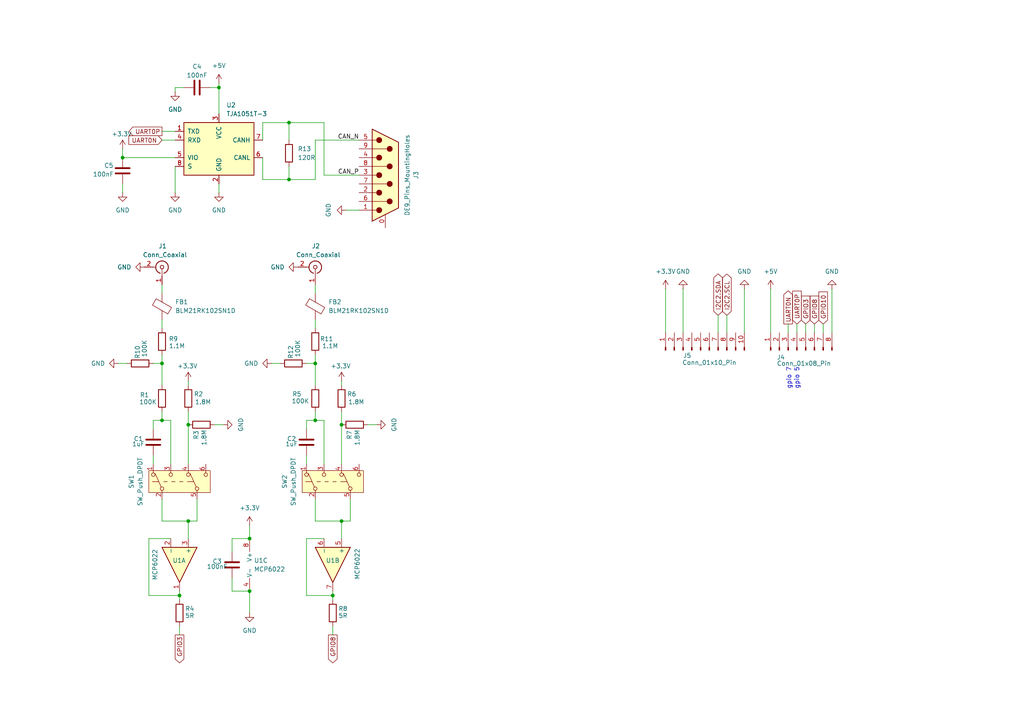
<source format=kicad_sch>
(kicad_sch (version 20250114) (generator "eeschema") (generator_version "9.0")
  (paper "A4")
  (lib_symbols
    (symbol "Amplifier_Operational:MCP6022" (pin_names (offset 0.127))
      (property "Reference" "U" (at 0 5.08 0))
      (property "Value" "MCP6022" (at 0 -5.08 0))
      (symbol "MCP6022_1_1"
        (polyline (pts (xy -5.08 5.08) (xy 5.08 0) (xy -5.08 -5.08) (xy -5.08 5.08)) (stroke (width 0.254)) (fill (type background)))
        (pin input line (at -7.62 2.54 0) (length 2.54) (name "+") (number "3"))
        (pin input line (at -7.62 -2.54 0) (length 2.54) (name "-") (number "2"))
        (pin output line (at 7.62 0 180) (length 2.54) (name "~") (number "1"))
      )
      (symbol "MCP6022_2_1"
        (polyline (pts (xy -5.08 5.08) (xy 5.08 0) (xy -5.08 -5.08) (xy -5.08 5.08)) (stroke (width 0.254)) (fill (type background)))
        (pin input line (at -7.62 2.54 0) (length 2.54) (name "+") (number "5"))
        (pin input line (at -7.62 -2.54 0) (length 2.54) (name "-") (number "6"))
        (pin output line (at 7.62 0 180) (length 2.54) (name "~") (number "7"))
      )
      (symbol "MCP6022_3_1"
        (pin power_in line (at -2.54 7.62 270) (length 3.81) (name "V+") (number "8"))
        (pin power_in line (at -2.54 -7.62 90) (length 3.81) (name "V-") (number "4"))
      )
    )
    (symbol "Connector:Conn_01x08_Pin" (pin_names (offset 1.016) (hide yes))
      (property "Reference" "J" (at 0 10.16 0))
      (property "Value" "Conn_01x08_Pin" (at 0 -12.7 0))
      (symbol "Conn_01x08_Pin_1_1"
        (rectangle (start 0.8636 7.747) (end 0 7.493) (stroke (width 0.1524)) (fill (type outline)))
        (rectangle (start 0.8636 5.207) (end 0 4.953) (stroke (width 0.1524)) (fill (type outline)))
        (rectangle (start 0.8636 2.667) (end 0 2.413) (stroke (width 0.1524)) (fill (type outline)))
        (rectangle (start 0.8636 0.127) (end 0 -0.127) (stroke (width 0.1524)) (fill (type outline)))
        (rectangle (start 0.8636 -2.413) (end 0 -2.667) (stroke (width 0.1524)) (fill (type outline)))
        (rectangle (start 0.8636 -4.953) (end 0 -5.207) (stroke (width 0.1524)) (fill (type outline)))
        (rectangle (start 0.8636 -7.493) (end 0 -7.747) (stroke (width 0.1524)) (fill (type outline)))
        (rectangle (start 0.8636 -10.033) (end 0 -10.287) (stroke (width 0.1524)) (fill (type outline)))
        (polyline (pts (xy 1.27 7.62) (xy 0.8636 7.62)) (stroke (width 0.1524)))
        (polyline (pts (xy 1.27 5.08) (xy 0.8636 5.08)) (stroke (width 0.1524)))
        (polyline (pts (xy 1.27 2.54) (xy 0.8636 2.54)) (stroke (width 0.1524)))
        (polyline (pts (xy 1.27 0) (xy 0.8636 0)) (stroke (width 0.1524)))
        (polyline (pts (xy 1.27 -2.54) (xy 0.8636 -2.54)) (stroke (width 0.1524)))
        (polyline (pts (xy 1.27 -5.08) (xy 0.8636 -5.08)) (stroke (width 0.1524)))
        (polyline (pts (xy 1.27 -7.62) (xy 0.8636 -7.62)) (stroke (width 0.1524)))
        (polyline (pts (xy 1.27 -10.16) (xy 0.8636 -10.16)) (stroke (width 0.1524)))
        (pin passive line (at 5.08 7.62 180) (length 3.81) (name "Pin_1") (number "1"))
        (pin passive line (at 5.08 5.08 180) (length 3.81) (name "Pin_2") (number "2"))
        (pin passive line (at 5.08 2.54 180) (length 3.81) (name "Pin_3") (number "3"))
        (pin passive line (at 5.08 0 180) (length 3.81) (name "Pin_4") (number "4"))
        (pin passive line (at 5.08 -2.54 180) (length 3.81) (name "Pin_5") (number "5"))
        (pin passive line (at 5.08 -5.08 180) (length 3.81) (name "Pin_6") (number "6"))
        (pin passive line (at 5.08 -7.62 180) (length 3.81) (name "Pin_7") (number "7"))
        (pin passive line (at 5.08 -10.16 180) (length 3.81) (name "Pin_8") (number "8"))
      )
    )
    (symbol "Connector:Conn_01x10_Pin" (pin_names (offset 1.016) (hide yes))
      (property "Reference" "J" (at 0 12.7 0))
      (property "Value" "Conn_01x10_Pin" (at 0 -15.24 0))
      (symbol "Conn_01x10_Pin_1_1"
        (rectangle (start 0.8636 10.287) (end 0 10.033) (stroke (width 0.1524)) (fill (type outline)))
        (rectangle (start 0.8636 7.747) (end 0 7.493) (stroke (width 0.1524)) (fill (type outline)))
        (rectangle (start 0.8636 5.207) (end 0 4.953) (stroke (width 0.1524)) (fill (type outline)))
        (rectangle (start 0.8636 2.667) (end 0 2.413) (stroke (width 0.1524)) (fill (type outline)))
        (rectangle (start 0.8636 0.127) (end 0 -0.127) (stroke (width 0.1524)) (fill (type outline)))
        (rectangle (start 0.8636 -2.413) (end 0 -2.667) (stroke (width 0.1524)) (fill (type outline)))
        (rectangle (start 0.8636 -4.953) (end 0 -5.207) (stroke (width 0.1524)) (fill (type outline)))
        (rectangle (start 0.8636 -7.493) (end 0 -7.747) (stroke (width 0.1524)) (fill (type outline)))
        (rectangle (start 0.8636 -10.033) (end 0 -10.287) (stroke (width 0.1524)) (fill (type outline)))
        (rectangle (start 0.8636 -12.573) (end 0 -12.827) (stroke (width 0.1524)) (fill (type outline)))
        (polyline (pts (xy 1.27 10.16) (xy 0.8636 10.16)) (stroke (width 0.1524)))
        (polyline (pts (xy 1.27 7.62) (xy 0.8636 7.62)) (stroke (width 0.1524)))
        (polyline (pts (xy 1.27 5.08) (xy 0.8636 5.08)) (stroke (width 0.1524)))
        (polyline (pts (xy 1.27 2.54) (xy 0.8636 2.54)) (stroke (width 0.1524)))
        (polyline (pts (xy 1.27 0) (xy 0.8636 0)) (stroke (width 0.1524)))
        (polyline (pts (xy 1.27 -2.54) (xy 0.8636 -2.54)) (stroke (width 0.1524)))
        (polyline (pts (xy 1.27 -5.08) (xy 0.8636 -5.08)) (stroke (width 0.1524)))
        (polyline (pts (xy 1.27 -7.62) (xy 0.8636 -7.62)) (stroke (width 0.1524)))
        (polyline (pts (xy 1.27 -10.16) (xy 0.8636 -10.16)) (stroke (width 0.1524)))
        (polyline (pts (xy 1.27 -12.7) (xy 0.8636 -12.7)) (stroke (width 0.1524)))
        (pin passive line (at 5.08 10.16 180) (length 3.81) (name "Pin_1") (number "1"))
        (pin passive line (at 5.08 7.62 180) (length 3.81) (name "Pin_2") (number "2"))
        (pin passive line (at 5.08 5.08 180) (length 3.81) (name "Pin_3") (number "3"))
        (pin passive line (at 5.08 2.54 180) (length 3.81) (name "Pin_4") (number "4"))
        (pin passive line (at 5.08 0 180) (length 3.81) (name "Pin_5") (number "5"))
        (pin passive line (at 5.08 -2.54 180) (length 3.81) (name "Pin_6") (number "6"))
        (pin passive line (at 5.08 -5.08 180) (length 3.81) (name "Pin_7") (number "7"))
        (pin passive line (at 5.08 -7.62 180) (length 3.81) (name "Pin_8") (number "8"))
        (pin passive line (at 5.08 -10.16 180) (length 3.81) (name "Pin_9") (number "9"))
        (pin passive line (at 5.08 -12.7 180) (length 3.81) (name "Pin_10") (number "10"))
      )
    )
    (symbol "Connector:Conn_Coaxial" (pin_names (offset 1.016) (hide yes))
      (property "Reference" "J" (at 0.254 3.048 0))
      (property "Value" "Conn_Coaxial" (at 2.921 0 90))
      (symbol "Conn_Coaxial_0_1"
        (polyline (pts (xy -2.54 0) (xy -0.508 0)))
        (arc (start 1.778 0) (mid 0.222 -1.8079) (end -1.778 -0.508) (stroke (width 0.254)))
        (arc (start -1.778 0.508) (mid 0.2221 1.8084) (end 1.778 0) (stroke (width 0.254)))
        (circle (center 0 0) (radius 0.508) (stroke (width 0.2032)))
        (polyline (pts (xy 0 -2.54) (xy 0 -1.778)))
      )
      (symbol "Conn_Coaxial_1_1"
        (pin passive line (at -5.08 0 0) (length 2.54) (name "In") (number "1"))
        (pin passive line (at 0 -5.08 90) (length 2.54) (name "Ext") (number "2"))
      )
    )
    (symbol "Connector:DE9_Pins_MountingHoles" (pin_names (offset 1.016) (hide yes))
      (property "Reference" "J" (at 0 16.51 0))
      (property "Value" "DE9_Pins_MountingHoles" (at 0 14.605 0))
      (symbol "DE9_Pins_MountingHoles_0_1"
        (polyline (pts (xy -3.81 10.16) (xy -2.54 10.16)))
        (polyline (pts (xy -3.81 7.62) (xy 0.508 7.62)))
        (polyline (pts (xy -3.81 5.08) (xy -2.54 5.08)))
        (polyline (pts (xy -3.81 2.54) (xy 0.508 2.54)))
        (polyline (pts (xy -3.81 0) (xy -2.54 0)))
        (polyline (pts (xy -3.81 -2.54) (xy 0.508 -2.54)))
        (polyline (pts (xy -3.81 -5.08) (xy -2.54 -5.08)))
        (polyline (pts (xy -3.81 -7.62) (xy 0.508 -7.62)))
        (polyline (pts (xy -3.81 -10.16) (xy -2.54 -10.16)))
        (polyline (pts (xy -3.81 -13.335) (xy -3.81 13.335) (xy 3.81 9.525) (xy 3.81 -9.525) (xy -3.81 -13.335)) (stroke (width 0.254)) (fill (type background)))
        (circle (center -1.778 10.16) (radius 0.762) (fill (type outline)))
        (circle (center -1.778 5.08) (radius 0.762) (fill (type outline)))
        (circle (center -1.778 0) (radius 0.762) (fill (type outline)))
        (circle (center -1.778 -5.08) (radius 0.762) (fill (type outline)))
        (circle (center -1.778 -10.16) (radius 0.762) (fill (type outline)))
        (circle (center 1.27 7.62) (radius 0.762) (fill (type outline)))
        (circle (center 1.27 2.54) (radius 0.762) (fill (type outline)))
        (circle (center 1.27 -2.54) (radius 0.762) (fill (type outline)))
        (circle (center 1.27 -7.62) (radius 0.762) (fill (type outline)))
      )
      (symbol "DE9_Pins_MountingHoles_1_1"
        (pin passive line (at -7.62 10.16 0) (length 3.81) (name "5") (number "5"))
        (pin passive line (at -7.62 7.62 0) (length 3.81) (name "9") (number "9"))
        (pin passive line (at -7.62 5.08 0) (length 3.81) (name "4") (number "4"))
        (pin passive line (at -7.62 2.54 0) (length 3.81) (name "8") (number "8"))
        (pin passive line (at -7.62 0 0) (length 3.81) (name "3") (number "3"))
        (pin passive line (at -7.62 -2.54 0) (length 3.81) (name "7") (number "7"))
        (pin passive line (at -7.62 -5.08 0) (length 3.81) (name "2") (number "2"))
        (pin passive line (at -7.62 -7.62 0) (length 3.81) (name "6") (number "6"))
        (pin passive line (at -7.62 -10.16 0) (length 3.81) (name "1") (number "1"))
        (pin passive line (at 0 -15.24 90) (length 3.81) (name "PAD") (number "0"))
      )
    )
    (symbol "Device:C" (pin_numbers (hide yes)) (pin_names (offset 0.254))
      (property "Reference" "C" (at 0.635 2.54 0))
      (property "Value" "C" (at 0.635 -2.54 0))
      (symbol "C_0_1"
        (polyline (pts (xy -2.032 0.762) (xy 2.032 0.762)) (stroke (width 0.508)))
        (polyline (pts (xy -2.032 -0.762) (xy 2.032 -0.762)) (stroke (width 0.508)))
      )
      (symbol "C_1_1"
        (pin passive line (at 0 3.81 270) (length 2.794) (name "~") (number "1"))
        (pin passive line (at 0 -3.81 90) (length 2.794) (name "~") (number "2"))
      )
    )
    (symbol "Device:FerriteBead" (pin_numbers (hide yes)) (pin_names (offset 0))
      (property "Reference" "FB" (at -3.81 0.635 90))
      (property "Value" "FerriteBead" (at 3.81 0 90))
      (symbol "FerriteBead_0_1"
        (polyline (pts (xy -2.7686 0.4064) (xy -1.7018 2.2606) (xy 2.7686 -0.3048) (xy 1.6764 -2.159) (xy -2.7686 0.4064)))
        (polyline (pts (xy 0 1.27) (xy 0 1.2954)))
        (polyline (pts (xy 0 -1.27) (xy 0 -1.2192)))
      )
      (symbol "FerriteBead_1_1"
        (pin passive line (at 0 3.81 270) (length 2.54) (name "~") (number "1"))
        (pin passive line (at 0 -3.81 90) (length 2.54) (name "~") (number "2"))
      )
    )
    (symbol "Device:R" (pin_numbers (hide yes)) (pin_names (offset 0))
      (property "Reference" "R" (at 2.032 0 90))
      (property "Value" "R" (at 0 0 90))
      (symbol "R_0_1"
        (rectangle (start -1.016 -2.54) (end 1.016 2.54) (stroke (width 0.254)))
      )
      (symbol "R_1_1"
        (pin passive line (at 0 3.81 270) (length 1.27) (name "~") (number "1"))
        (pin passive line (at 0 -3.81 90) (length 1.27) (name "~") (number "2"))
      )
    )
    (symbol "Interface_CAN_LIN:TJA1051T-3" (pin_names (offset 1.016))
      (property "Reference" "U" (at -10.16 8.89 0))
      (property "Value" "TJA1051T-3" (at 1.27 8.89 0))
      (symbol "TJA1051T-3_0_1"
        (rectangle (start -10.16 7.62) (end 10.16 -7.62) (stroke (width 0.254)) (fill (type background)))
      )
      (symbol "TJA1051T-3_1_1"
        (pin input line (at -12.7 5.08 0) (length 2.54) (name "TXD") (number "1"))
        (pin output line (at -12.7 2.54 0) (length 2.54) (name "RXD") (number "4"))
        (pin power_in line (at -12.7 -2.54 0) (length 2.54) (name "VIO") (number "5"))
        (pin input line (at -12.7 -5.08 0) (length 2.54) (name "S") (number "8"))
        (pin power_in line (at 0 10.16 270) (length 2.54) (name "VCC") (number "3"))
        (pin power_in line (at 0 -10.16 90) (length 2.54) (name "GND") (number "2"))
        (pin bidirectional line (at 12.7 2.54 180) (length 2.54) (name "CANH") (number "7"))
        (pin bidirectional line (at 12.7 -2.54 180) (length 2.54) (name "CANL") (number "6"))
      )
    )
    (symbol "Switch:SW_Push_DPDT" (pin_names (offset 0) (hide yes))
      (property "Reference" "SW" (at 0 10.16 0))
      (property "Value" "SW_Push_DPDT" (at 0 -10.16 0))
      (symbol "SW_Push_DPDT_0_0"
        (circle (center -2.032 5.08) (radius 0.508))
        (circle (center -2.032 -5.08) (radius 0.508))
        (circle (center 2.032 2.54) (radius 0.508))
        (circle (center 2.032 -7.62) (radius 0.508))
      )
      (symbol "SW_Push_DPDT_0_1"
        (polyline (pts (xy -1.524 5.334) (xy 2.3368 7.0612)))
        (polyline (pts (xy -1.524 -4.826) (xy 2.3368 -3.0988)))
        (polyline (pts (xy 0 7.874) (xy 0 6.096)))
        (polyline (pts (xy 0 3.556) (xy 0 4.572)))
        (polyline (pts (xy 0 1.27) (xy 0 2.286)))
        (polyline (pts (xy 0 -1.016) (xy 0 0)))
        (polyline (pts (xy 0 -2.286) (xy 0 -4.064)))
        (circle (center 2.032 7.62) (radius 0.508))
        (circle (center 2.032 -2.54) (radius 0.508))
      )
      (symbol "SW_Push_DPDT_1_1"
        (rectangle (start -3.175 8.89) (end 3.175 -8.89) (fill (type background)))
        (pin passive line (at -5.08 5.08 0) (length 2.54) (name "B") (number "2"))
        (pin passive line (at -5.08 -5.08 0) (length 2.54) (name "B") (number "5"))
        (pin passive line (at 5.08 7.62 180) (length 2.54) (name "A") (number "1"))
        (pin passive line (at 5.08 2.54 180) (length 2.54) (name "C") (number "3"))
        (pin passive line (at 5.08 -2.54 180) (length 2.54) (name "A") (number "4"))
        (pin passive line (at 5.08 -7.62 180) (length 2.54) (name "C") (number "6"))
      )
    )
    (symbol "power:+3.3V" (power) (pin_numbers (hide yes)) (pin_names (offset 0) (hide yes))
      (property "Value" "+3.3V" (at 0 3.556 0))
      (symbol "+3.3V_0_1"
        (polyline (pts (xy -0.762 1.27) (xy 0 2.54)))
        (polyline (pts (xy 0 2.54) (xy 0.762 1.27)))
        (polyline (pts (xy 0 0) (xy 0 2.54)))
      )
      (symbol "+3.3V_1_1"
        (pin power_in line (at 0 0 90) (length 0) (name "~") (number "1"))
      )
    )
    (symbol "power:+5V" (power) (pin_numbers (hide yes)) (pin_names (offset 0) (hide yes))
      (property "Value" "+5V" (at 0 3.556 0))
      (symbol "+5V_0_1"
        (polyline (pts (xy -0.762 1.27) (xy 0 2.54)))
        (polyline (pts (xy 0 2.54) (xy 0.762 1.27)))
        (polyline (pts (xy 0 0) (xy 0 2.54)))
      )
      (symbol "+5V_1_1"
        (pin power_in line (at 0 0 90) (length 0) (name "~") (number "1"))
      )
    )
    (symbol "power:GND" (power) (pin_numbers (hide yes)) (pin_names (offset 0) (hide yes))
      (property "Value" "GND" (at 0 -3.81 0))
      (symbol "GND_0_1"
        (polyline (pts (xy 0 0) (xy 0 -1.27) (xy 1.27 -1.27) (xy 0 -2.54) (xy -1.27 -1.27) (xy 0 -1.27)))
      )
      (symbol "GND_1_1"
        (pin power_in line (at 0 0 270) (length 0) (name "~") (number "1"))
      )
    )
  )
  (text "gpio 7\n\n" (at 229.87 109.728 90) (effects (font (size 1.27 1.27))))
  (text "gpio 5" (at 231.14 109.728 90) (effects (font (size 1.27 1.27))))
  (junction (at 83.82 35.56))
  (junction (at 91.44 105.41))
  (junction (at 52.07 172.72))
  (junction (at 72.39 156.21))
  (junction (at 99.06 123.19))
  (junction (at 91.44 121.92))
  (junction (at 63.5 25.4))
  (junction (at 99.06 151.13))
  (junction (at 72.39 171.45))
  (junction (at 54.61 123.19))
  (junction (at 46.99 121.92))
  (junction (at 83.82 52.07))
  (junction (at 35.56 45.72))
  (junction (at 96.52 172.72))
  (junction (at 54.61 151.13))
  (junction (at 46.99 105.41))
  (wire (pts (xy 62.23 123.19) (xy 64.77 123.19)))
  (wire (pts (xy 88.9 172.72) (xy 96.52 172.72)))
  (wire (pts (xy 72.39 152.4) (xy 72.39 156.21)))
  (wire (pts (xy 52.07 171.45) (xy 52.07 172.72)))
  (wire (pts (xy 99.06 119.38) (xy 99.06 123.19)))
  (wire (pts (xy 52.07 172.72) (xy 52.07 173.99)))
  (wire (pts (xy 193.04 96.52) (xy 193.04 83.82)))
  (wire (pts (xy 83.82 40.64) (xy 83.82 35.56)))
  (wire (pts (xy 99.06 110.49) (xy 99.06 111.76)))
  (wire (pts (xy 91.44 82.55) (xy 91.44 85.09)))
  (wire (pts (xy 76.2 45.72) (xy 76.2 52.07)))
  (wire (pts (xy 46.99 105.41) (xy 46.99 111.76)))
  (wire (pts (xy 63.5 25.4) (xy 60.96 25.4)))
  (wire (pts (xy 210.82 96.52) (xy 210.82 91.44)))
  (wire (pts (xy 46.99 151.13) (xy 54.61 151.13)))
  (wire (pts (xy 63.5 24.13) (xy 63.5 25.4)))
  (wire (pts (xy 104.14 60.96) (xy 100.33 60.96)))
  (wire (pts (xy 106.68 123.19) (xy 109.22 123.19)))
  (wire (pts (xy 46.99 144.78) (xy 46.99 151.13)))
  (wire (pts (xy 198.12 96.52) (xy 198.12 83.82)))
  (wire (pts (xy 67.31 171.45) (xy 72.39 171.45)))
  (wire (pts (xy 53.34 25.4) (xy 50.8 25.4)))
  (wire (pts (xy 88.9 105.41) (xy 91.44 105.41)))
  (wire (pts (xy 76.2 40.64) (xy 76.2 35.56)))
  (wire (pts (xy 91.44 105.41) (xy 91.44 111.76)))
  (wire (pts (xy 35.56 43.18) (xy 35.56 45.72)))
  (wire (pts (xy 43.18 172.72) (xy 52.07 172.72)))
  (wire (pts (xy 99.06 151.13) (xy 101.6 151.13)))
  (wire (pts (xy 44.45 105.41) (xy 46.99 105.41)))
  (wire (pts (xy 215.9 96.52) (xy 215.9 83.82)))
  (wire (pts (xy 78.74 105.41) (xy 81.28 105.41)))
  (wire (pts (xy 46.99 82.55) (xy 46.99 85.09)))
  (wire (pts (xy 63.5 53.34) (xy 63.5 55.88)))
  (wire (pts (xy 54.61 119.38) (xy 54.61 123.19)))
  (wire (pts (xy 96.52 171.45) (xy 96.52 172.72)))
  (wire (pts (xy 91.44 92.71) (xy 91.44 95.25)))
  (wire (pts (xy 83.82 52.07) (xy 91.44 52.07)))
  (wire (pts (xy 88.9 121.92) (xy 91.44 121.92)))
  (wire (pts (xy 63.5 25.4) (xy 63.5 33.02)))
  (wire (pts (xy 83.82 35.56) (xy 93.98 35.56)))
  (wire (pts (xy 228.6 96.52) (xy 228.6 93.98)))
  (wire (pts (xy 57.15 144.78) (xy 57.15 151.13)))
  (wire (pts (xy 99.06 151.13) (xy 99.06 156.21)))
  (wire (pts (xy 35.56 53.34) (xy 35.56 55.88)))
  (wire (pts (xy 83.82 48.26) (xy 83.82 52.07)))
  (wire (pts (xy 67.31 160.02) (xy 67.31 156.21)))
  (wire (pts (xy 54.61 110.49) (xy 54.61 111.76)))
  (wire (pts (xy 93.98 35.56) (xy 93.98 50.8)))
  (wire (pts (xy 49.53 156.21) (xy 43.18 156.21)))
  (wire (pts (xy 91.44 52.07) (xy 91.44 40.64)))
  (wire (pts (xy 54.61 151.13) (xy 57.15 151.13)))
  (wire (pts (xy 91.44 144.78) (xy 91.44 151.13)))
  (wire (pts (xy 44.45 132.08) (xy 44.45 134.62)))
  (wire (pts (xy 88.9 156.21) (xy 88.9 172.72)))
  (wire (pts (xy 46.99 121.92) (xy 49.53 121.92)))
  (wire (pts (xy 76.2 35.56) (xy 83.82 35.56)))
  (wire (pts (xy 34.29 105.41) (xy 36.83 105.41)))
  (wire (pts (xy 46.99 38.1) (xy 50.8 38.1)))
  (wire (pts (xy 88.9 132.08) (xy 88.9 134.62)))
  (wire (pts (xy 93.98 156.21) (xy 88.9 156.21)))
  (wire (pts (xy 67.31 167.64) (xy 67.31 171.45)))
  (wire (pts (xy 91.44 119.38) (xy 91.44 121.92)))
  (wire (pts (xy 93.98 50.8) (xy 104.14 50.8)))
  (wire (pts (xy 88.9 121.92) (xy 88.9 124.46)))
  (wire (pts (xy 67.31 156.21) (xy 72.39 156.21)))
  (wire (pts (xy 99.06 123.19) (xy 99.06 134.62)))
  (wire (pts (xy 101.6 144.78) (xy 101.6 151.13)))
  (wire (pts (xy 96.52 172.72) (xy 96.52 173.99)))
  (wire (pts (xy 231.14 96.52) (xy 231.14 93.98)))
  (wire (pts (xy 54.61 123.19) (xy 54.61 134.62)))
  (wire (pts (xy 223.52 96.52) (xy 223.52 83.82)))
  (wire (pts (xy 50.8 48.26) (xy 50.8 55.88)))
  (wire (pts (xy 43.18 156.21) (xy 43.18 172.72)))
  (wire (pts (xy 241.3 96.52) (xy 241.3 83.82)))
  (wire (pts (xy 233.68 96.52) (xy 233.68 93.98)))
  (wire (pts (xy 35.56 45.72) (xy 50.8 45.72)))
  (wire (pts (xy 46.99 92.71) (xy 46.99 95.25)))
  (wire (pts (xy 96.52 181.61) (xy 96.52 184.15)))
  (wire (pts (xy 44.45 121.92) (xy 44.45 124.46)))
  (wire (pts (xy 50.8 25.4) (xy 50.8 26.67)))
  (wire (pts (xy 208.28 96.52) (xy 208.28 91.44)))
  (wire (pts (xy 54.61 151.13) (xy 54.61 156.21)))
  (wire (pts (xy 46.99 40.64) (xy 50.8 40.64)))
  (wire (pts (xy 46.99 119.38) (xy 46.99 121.92)))
  (wire (pts (xy 76.2 52.07) (xy 83.82 52.07)))
  (wire (pts (xy 72.39 171.45) (xy 72.39 177.8)))
  (wire (pts (xy 238.76 96.52) (xy 238.76 93.98)))
  (wire (pts (xy 91.44 40.64) (xy 104.14 40.64)))
  (wire (pts (xy 46.99 102.87) (xy 46.99 105.41)))
  (wire (pts (xy 44.45 121.92) (xy 46.99 121.92)))
  (wire (pts (xy 52.07 181.61) (xy 52.07 184.15)))
  (wire (pts (xy 93.98 121.92) (xy 93.98 134.62)))
  (wire (pts (xy 91.44 151.13) (xy 99.06 151.13)))
  (wire (pts (xy 236.22 96.52) (xy 236.22 93.98)))
  (wire (pts (xy 49.53 121.92) (xy 49.53 134.62)))
  (wire (pts (xy 91.44 102.87) (xy 91.44 105.41)))
  (wire (pts (xy 91.44 121.92) (xy 93.98 121.92)))
  (label "CAN_N" (at 104.14 40.64 180))
  (label "CAN_P" (at 104.14 50.8 180))
  (global_label "UART0P" (shape output) (at 46.99 38.1 180) (property "Intersheetrefs" "${INTERSHEET_REFS}" (effects (hide yes))))
  (global_label "GPIO8" (shape output) (at 96.52 184.15 270) (property "Intersheetrefs" "${INTERSHEET_REFS}" (effects (hide yes))))
  (global_label "UART0N" (shape output) (at 228.6 93.98 90) (property "Intersheetrefs" "${INTERSHEET_REFS}" (effects (hide yes))))
  (global_label "GPIO10" (shape input) (at 238.76 93.98 90) (property "Intersheetrefs" "${INTERSHEET_REFS}" (effects (hide yes))))
  (global_label "UART0N" (shape input) (at 46.99 40.64 180) (property "Intersheetrefs" "${INTERSHEET_REFS}" (effects (hide yes))))
  (global_label "GPIO8" (shape input) (at 236.22 93.98 90) (property "Intersheetrefs" "${INTERSHEET_REFS}" (effects (hide yes))))
  (global_label "GPIO3" (shape output) (at 52.07 184.15 270) (property "Intersheetrefs" "${INTERSHEET_REFS}" (effects (hide yes))))
  (global_label "UART0P" (shape input) (at 231.14 93.98 90) (property "Intersheetrefs" "${INTERSHEET_REFS}" (effects (hide yes))))
  (global_label "GPIO3" (shape input) (at 233.68 93.98 90) (property "Intersheetrefs" "${INTERSHEET_REFS}" (effects (hide yes))))
  (global_label "I2C2.SCL" (shape bidirectional) (at 210.82 91.44 90) (property "Intersheetrefs" "${INTERSHEET_REFS}" (effects (hide yes))))
  (global_label "I2C2.SDA" (shape bidirectional) (at 208.28 91.44 90) (property "Intersheetrefs" "${INTERSHEET_REFS}" (effects (hide yes))))
  (symbol (lib_id "Device:C") (at 44.45 128.27 180) (unit 1)
    (property "Reference" "C1" (at 40.132 127.254 0))
    (property "Value" "1uF" (at 40.132 128.778 0))
    (property "Footprint" "Capacitor_SMD:C_0805_2012Metric" (effects (hide yes)))
    (property "Description" "Unpolarized capacitor" (effects (hide yes)))
  )
  (symbol (lib_id "power:GND") (at 241.3 83.82 180) (unit 1)
    (property "Reference" "#PWR020" (effects (hide yes)))
    (property "Value" "GND" (at 241.3 78.74 0))
    (property "Description" "Power symbol creates a global label with name \"GND\" , ground" (effects (hide yes)))
  )
  (symbol (lib_id "Switch:SW_Push_DPDT") (at 52.07 139.7 90) (unit 1)
    (property "Reference" "SW1" (at 38.1 139.7 0))
    (property "Value" "SW_Push_DPDT" (at 40.64 139.7 0))
    (property "Footprint" "Button_Switch_THT:SW_Push_2P2T_Toggle_CK_PVA2xxH4xxxxxxV2" (effects (hide yes)))
    (property "Description" "Momentary Switch, dual pole double throw" (effects (hide yes)))
  )
  (symbol (lib_id "Device:R") (at 40.64 105.41 270) (unit 1)
    (property "Reference" "R10" (at 39.878 102.108 0))
    (property "Value" "100K" (at 41.91 101.092 0))
    (property "Footprint" "Resistor_SMD:R_0805_2012Metric" (effects (hide yes)))
    (property "Description" "Resistor" (effects (hide yes)))
  )
  (symbol (lib_id "power:GND") (at 86.36 77.47 270) (unit 1)
    (property "Reference" "#PWR01" (effects (hide yes)))
    (property "Value" "GND" (at 82.55 77.4699 90) (effects (justify right)))
    (property "Description" "Power symbol creates a global label with name \"GND\" , ground" (effects (hide yes)))
  )
  (symbol (lib_id "Interface_CAN_LIN:TJA1051T-3") (at 63.5 43.18 0) (unit 1)
    (property "Reference" "U2" (at 65.6433 30.48 0) (effects (justify left)))
    (property "Value" "TJA1051T-3" (at 65.6433 33.02 0) (effects (justify left)))
    (property "Footprint" "Package_SO:SOIC-8_3.9x4.9mm_P1.27mm" (effects (hide yes)))
    (property "Datasheet" "http://www.nxp.com/docs/en/data-sheet/TJA1051.pdf" (effects (hide yes)))
    (property "Description" "High-Speed CAN Transceiver, separate VIO, silent mode, SOIC-8" (effects (hide yes)))
  )
  (symbol (lib_id "Device:C") (at 57.15 25.4 90) (unit 1)
    (property "Reference" "C4" (at 57.15 19.304 90))
    (property "Value" "100nF" (at 57.15 21.844 90))
    (property "Footprint" "Capacitor_SMD:C_0805_2012Metric" (effects (hide yes)))
    (property "Description" "Unpolarized capacitor" (effects (hide yes)))
  )
  (symbol (lib_id "power:+3.3V") (at 35.56 43.18 0) (mirror y) (unit 1)
    (property "Reference" "#PWR015" (effects (hide yes)))
    (property "Value" "+3.3V" (at 35.306 38.862 0))
    (property "Description" "Power symbol creates a global label with name \"+3.3V\"" (effects (hide yes)))
  )
  (symbol (lib_id "power:GND") (at 109.22 123.19 90) (unit 1)
    (property "Reference" "#PWR06" (effects (hide yes)))
    (property "Value" "GND" (at 114.3 123.19 0))
    (property "Description" "Power symbol creates a global label with name \"GND\" , ground" (effects (hide yes)))
  )
  (symbol (lib_id "power:+5V") (at 223.52 83.82 0) (unit 1)
    (property "Reference" "#PWR018" (effects (hide yes)))
    (property "Value" "+5V" (at 223.52 78.74 0))
    (property "Description" "Power symbol creates a global label with name \"+5V\"" (effects (hide yes)))
  )
  (symbol (lib_id "Device:R") (at 85.09 105.41 270) (unit 1)
    (property "Reference" "R12" (at 84.328 102.108 0))
    (property "Value" "100K" (at 86.36 101.092 0))
    (property "Footprint" "Resistor_SMD:R_0805_2012Metric" (effects (hide yes)))
    (property "Description" "Resistor" (effects (hide yes)))
  )
  (symbol (lib_id "Device:R") (at 46.99 99.06 180) (unit 1)
    (property "Reference" "R9" (at 50.292 98.298 0))
    (property "Value" "1.1M" (at 51.308 100.33 0))
    (property "Footprint" "Resistor_SMD:R_0805_2012Metric" (effects (hide yes)))
    (property "Description" "Resistor" (effects (hide yes)))
  )
  (symbol (lib_id "power:GND") (at 215.9 83.82 180) (unit 1)
    (property "Reference" "#PWR021" (effects (hide yes)))
    (property "Value" "GND" (at 215.9 78.74 0))
    (property "Description" "Power symbol creates a global label with name \"GND\" , ground" (effects (hide yes)))
  )
  (symbol (lib_id "power:GND") (at 50.8 55.88 0) (unit 1)
    (property "Reference" "#PWR013" (effects (hide yes)))
    (property "Value" "GND" (at 50.8 60.96 0))
    (property "Description" "Power symbol creates a global label with name \"GND\" , ground" (effects (hide yes)))
  )
  (symbol (lib_id "power:+3.3V") (at 54.61 110.49 0) (mirror y) (unit 1)
    (property "Reference" "#PWR03" (effects (hide yes)))
    (property "Value" "+3.3V" (at 54.356 106.172 0))
    (property "Description" "Power symbol creates a global label with name \"+3.3V\"" (effects (hide yes)))
  )
  (symbol (lib_id "Device:R") (at 52.07 177.8 0) (unit 1)
    (property "Reference" "R4" (at 56.388 176.53 0) (effects (justify right)))
    (property "Value" "5R" (at 56.388 178.562 0) (effects (justify right)))
    (property "Footprint" "Resistor_SMD:R_0805_2012Metric" (effects (hide yes)))
    (property "Description" "Resistor" (effects (hide yes)))
  )
  (symbol (lib_id "Device:R") (at 91.44 99.06 180) (unit 1)
    (property "Reference" "R11" (at 94.742 98.298 0))
    (property "Value" "1.1M" (at 95.758 100.33 0))
    (property "Footprint" "Resistor_SMD:R_0805_2012Metric" (effects (hide yes)))
    (property "Description" "Resistor" (effects (hide yes)))
  )
  (symbol (lib_id "power:GND") (at 34.29 105.41 270) (unit 1)
    (property "Reference" "#PWR010" (effects (hide yes)))
    (property "Value" "GND" (at 30.48 105.4099 90) (effects (justify right)))
    (property "Description" "Power symbol creates a global label with name \"GND\" , ground" (effects (hide yes)))
  )
  (symbol (lib_id "Device:FerriteBead") (at 46.99 88.9 0) (unit 1)
    (property "Reference" "FB1" (at 50.8 87.5791 0) (effects (justify left)))
    (property "Value" "BLM21RK102SN1D" (at 50.8 90.1191 0) (effects (justify left)))
    (property "Footprint" "Inductor_SMD:L_0805_2012Metric" (effects (hide yes)))
    (property "Description" "Ferrite bead" (effects (hide yes)))
  )
  (symbol (lib_id "Amplifier_Operational:MCP6022") (at 96.52 163.83 270) (unit 2)
    (property "Reference" "U1" (at 96.52 162.56 90))
    (property "Value" "MCP6022" (at 103.632 163.576 0))
    (property "Footprint" "MCP6022-E_SN:SOIC127P599X175-8N" (effects (hide yes)))
    (property "Datasheet" "http://ww1.microchip.com/downloads/en/devicedoc/20001685e.pdf" (effects (hide yes)))
    (property "Description" "Dual Operational Amplifiers, Rail-to-Rail Input/Output, DIP-8/SOIC-8/TSSOP-8" (effects (hide yes)))
  )
  (symbol (lib_id "power:GND") (at 100.33 60.96 270) (unit 1)
    (property "Reference" "#PWR012" (effects (hide yes)))
    (property "Value" "GND" (at 95.25 60.96 0))
    (property "Description" "Power symbol creates a global label with name \"GND\" , ground" (effects (hide yes)))
  )
  (symbol (lib_id "Connector:Conn_Coaxial") (at 46.99 77.47 270) (mirror x) (unit 1)
    (property "Reference" "J1" (at 45.974 71.374 90) (effects (justify left)))
    (property "Value" "Conn_Coaxial" (at 41.402 73.914 90) (effects (justify left)))
    (property "Footprint" "Connector_Coaxial:BNC_Amphenol_031-6575_Horizontal" (effects (hide yes)))
    (property "Datasheet" "https://www.snapeda.com/parts/CONBNC002/TE%20Connectivity/datasheet/" (effects (hide yes)))
    (property "Description" "coaxial connector (BNC, SMA, SMB, SMC, Cinch/RCA, LEMO, ...)" (effects (hide yes)))
  )
  (symbol (lib_id "Device:R") (at 54.61 115.57 0) (mirror x) (unit 1)
    (property "Reference" "R2" (at 58.928 114.3 0) (effects (justify right)))
    (property "Value" "1.8M" (at 61.214 116.586 0) (effects (justify right)))
    (property "Footprint" "Resistor_SMD:R_0805_2012Metric" (effects (hide yes)))
    (property "Description" "Resistor" (effects (hide yes)))
  )
  (symbol (lib_id "power:+3.3V") (at 72.39 152.4 0) (mirror y) (unit 1)
    (property "Reference" "#PWR07" (effects (hide yes)))
    (property "Value" "+3.3V" (at 72.39 147.32 0))
    (property "Description" "Power symbol creates a global label with name \"+3.3V\"" (effects (hide yes)))
  )
  (symbol (lib_id "power:GND") (at 64.77 123.19 90) (unit 1)
    (property "Reference" "#PWR02" (effects (hide yes)))
    (property "Value" "GND" (at 69.85 123.19 0))
    (property "Description" "Power symbol creates a global label with name \"GND\" , ground" (effects (hide yes)))
  )
  (symbol (lib_id "power:GND") (at 50.8 26.67 0) (unit 1)
    (property "Reference" "#PWR016" (effects (hide yes)))
    (property "Value" "GND" (at 50.8 31.75 0))
    (property "Description" "Power symbol creates a global label with name \"GND\" , ground" (effects (hide yes)))
  )
  (symbol (lib_id "power:GND") (at 35.56 55.88 0) (unit 1)
    (property "Reference" "#PWR014" (effects (hide yes)))
    (property "Value" "GND" (at 35.56 60.96 0))
    (property "Description" "Power symbol creates a global label with name \"GND\" , ground" (effects (hide yes)))
  )
  (symbol (lib_id "Switch:SW_Push_DPDT") (at 96.52 139.7 90) (unit 1)
    (property "Reference" "SW2" (at 82.55 139.7 0))
    (property "Value" "SW_Push_DPDT" (at 85.09 139.7 0))
    (property "Footprint" "Button_Switch_THT:SW_Push_2P2T_Toggle_CK_PVA2xxH4xxxxxxV2" (effects (hide yes)))
    (property "Description" "Momentary Switch, dual pole double throw" (effects (hide yes)))
  )
  (symbol (lib_id "Device:C") (at 67.31 163.83 180) (unit 1)
    (property "Reference" "C3" (at 62.992 162.814 0))
    (property "Value" "100nF" (at 62.992 164.338 0))
    (property "Footprint" "Capacitor_SMD:C_0805_2012Metric" (effects (hide yes)))
    (property "Description" "Unpolarized capacitor" (effects (hide yes)))
  )
  (symbol (lib_id "Connector:DE9_Pins_MountingHoles") (at 111.76 50.8 0) (unit 1)
    (property "Reference" "J3" (at 120.65 50.8 90))
    (property "Value" "DE9_Pins_MountingHoles" (at 118.11 50.8 90))
    (property "Footprint" "Connector_Dsub:DSUB-9_Socket_Horizontal_P2.77x2.84mm_EdgePinOffset4.94mm_Housed_MountingHolesOffset4.94mm" (effects (hide yes)))
    (property "Description" "9-pin D-SUB connector, pins (male), Mounting Hole" (effects (hide yes)))
  )
  (symbol (lib_id "power:+3.3V") (at 99.06 110.49 0) (mirror y) (unit 1)
    (property "Reference" "#PWR05" (effects (hide yes)))
    (property "Value" "+3.3V" (at 98.806 106.172 0))
    (property "Description" "Power symbol creates a global label with name \"+3.3V\"" (effects (hide yes)))
  )
  (symbol (lib_id "Device:R") (at 46.99 115.57 180) (unit 1)
    (property "Reference" "R1" (at 41.91 114.554 0))
    (property "Value" "100K" (at 42.926 116.586 0))
    (property "Footprint" "Resistor_SMD:R_0805_2012Metric" (effects (hide yes)))
    (property "Description" "Resistor" (effects (hide yes)))
  )
  (symbol (lib_id "power:+3.3V") (at 193.04 83.82 0) (unit 1)
    (property "Reference" "#PWR019" (effects (hide yes)))
    (property "Value" "+3.3V" (at 193.04 78.74 0))
    (property "Description" "Power symbol creates a global label with name \"+3.3V\"" (effects (hide yes)))
  )
  (symbol (lib_id "Device:FerriteBead") (at 91.44 88.9 0) (unit 1)
    (property "Reference" "FB2" (at 95.25 87.5791 0) (effects (justify left)))
    (property "Value" "BLM21RK102SN1D" (at 95.25 90.1191 0) (effects (justify left)))
    (property "Footprint" "Inductor_SMD:L_0805_2012Metric" (effects (hide yes)))
    (property "Description" "Ferrite bead" (effects (hide yes)))
  )
  (symbol (lib_id "power:GND") (at 198.12 83.82 180) (unit 1)
    (property "Reference" "#PWR022" (effects (hide yes)))
    (property "Value" "GND" (at 198.12 78.74 0))
    (property "Description" "Power symbol creates a global label with name \"GND\" , ground" (effects (hide yes)))
  )
  (symbol (lib_id "Device:C") (at 35.56 49.53 0) (unit 1)
    (property "Reference" "C5" (at 30.226 48.006 0) (effects (justify left)))
    (property "Value" "100nF" (at 26.924 50.546 0) (effects (justify left)))
    (property "Footprint" "Capacitor_SMD:C_0805_2012Metric" (effects (hide yes)))
    (property "Description" "Unpolarized capacitor" (effects (hide yes)))
  )
  (symbol (lib_id "power:GND") (at 72.39 177.8 0) (unit 1)
    (property "Reference" "#PWR08" (effects (hide yes)))
    (property "Value" "GND" (at 72.39 182.88 0))
    (property "Description" "Power symbol creates a global label with name \"GND\" , ground" (effects (hide yes)))
  )
  (symbol (lib_id "Device:R") (at 99.06 115.57 0) (mirror x) (unit 1)
    (property "Reference" "R6" (at 103.378 114.3 0) (effects (justify right)))
    (property "Value" "1.8M" (at 105.664 116.586 0) (effects (justify right)))
    (property "Footprint" "Resistor_SMD:R_0805_2012Metric" (effects (hide yes)))
    (property "Description" "Resistor" (effects (hide yes)))
  )
  (symbol (lib_id "Device:R") (at 83.82 44.45 180) (unit 1)
    (property "Reference" "R13" (at 86.36 43.1799 0) (effects (justify right)))
    (property "Value" "120R" (at 86.36 45.7199 0) (effects (justify right)))
    (property "Footprint" "Resistor_SMD:R_0805_2012Metric" (effects (hide yes)))
    (property "Description" "Resistor" (effects (hide yes)))
  )
  (symbol (lib_id "Connector:Conn_Coaxial") (at 91.44 77.47 270) (mirror x) (unit 1)
    (property "Reference" "J2" (at 90.424 71.374 90) (effects (justify left)))
    (property "Value" "Conn_Coaxial" (at 85.852 73.914 90) (effects (justify left)))
    (property "Footprint" "Connector_Coaxial:BNC_Amphenol_031-6575_Horizontal" (effects (hide yes)))
    (property "Datasheet" "https://www.snapeda.com/parts/CONBNC002/TE%20Connectivity/datasheet/" (effects (hide yes)))
    (property "Description" "coaxial connector (BNC, SMA, SMB, SMC, Cinch/RCA, LEMO, ...)" (effects (hide yes)))
  )
  (symbol (lib_id "Device:R") (at 91.44 115.57 180) (unit 1)
    (property "Reference" "R5" (at 86.106 114.3 0))
    (property "Value" "100K" (at 87.122 116.332 0))
    (property "Footprint" "Resistor_SMD:R_0805_2012Metric" (effects (hide yes)))
    (property "Description" "Resistor" (effects (hide yes)))
  )
  (symbol (lib_id "power:GND") (at 78.74 105.41 270) (unit 1)
    (property "Reference" "#PWR09" (effects (hide yes)))
    (property "Value" "GND" (at 74.93 105.4099 90) (effects (justify right)))
    (property "Description" "Power symbol creates a global label with name \"GND\" , ground" (effects (hide yes)))
  )
  (symbol (lib_id "Device:C") (at 88.9 128.27 180) (unit 1)
    (property "Reference" "C2" (at 84.582 127.254 0))
    (property "Value" "1uF" (at 84.582 128.778 0))
    (property "Footprint" "Capacitor_SMD:C_0805_2012Metric" (effects (hide yes)))
    (property "Description" "Unpolarized capacitor" (effects (hide yes)))
  )
  (symbol (lib_id "power:+5V") (at 63.5 24.13 0) (unit 1)
    (property "Reference" "#PWR011" (effects (hide yes)))
    (property "Value" "+5V" (at 63.5 19.05 0))
    (property "Description" "Power symbol creates a global label with name \"+5V\"" (effects (hide yes)))
  )
  (symbol (lib_id "Device:R") (at 102.87 123.19 270) (unit 1)
    (property "Reference" "R7" (at 101.346 127.508 0) (effects (justify right)))
    (property "Value" "1.8M" (at 103.632 129.286 0) (effects (justify right)))
    (property "Footprint" "Resistor_SMD:R_0805_2012Metric" (effects (hide yes)))
    (property "Description" "Resistor" (effects (hide yes)))
  )
  (symbol (lib_id "power:GND") (at 63.5 55.88 0) (unit 1)
    (property "Reference" "#PWR017" (effects (hide yes)))
    (property "Value" "GND" (at 63.5 60.96 0))
    (property "Description" "Power symbol creates a global label with name \"GND\" , ground" (effects (hide yes)))
  )
  (symbol (lib_id "power:GND") (at 41.91 77.47 270) (unit 1)
    (property "Reference" "#PWR04" (effects (hide yes)))
    (property "Value" "GND" (at 38.1 77.4699 90) (effects (justify right)))
    (property "Description" "Power symbol creates a global label with name \"GND\" , ground" (effects (hide yes)))
  )
  (symbol (lib_id "Amplifier_Operational:MCP6022") (at 52.07 163.83 270) (unit 1)
    (property "Reference" "U1" (at 50.038 162.56 90) (effects (justify left)))
    (property "Value" "MCP6022" (at 44.958 159.258 0) (effects (justify left)))
    (property "Footprint" "MCP6022-E_SN:SOIC127P599X175-8N" (effects (hide yes)))
    (property "Datasheet" "http://ww1.microchip.com/downloads/en/devicedoc/20001685e.pdf" (effects (hide yes)))
    (property "Description" "Dual Operational Amplifiers, Rail-to-Rail Input/Output, DIP-8/SOIC-8/TSSOP-8" (effects (hide yes)))
  )
  (symbol (lib_id "Device:R") (at 58.42 123.19 270) (unit 1)
    (property "Reference" "R3" (at 56.896 127.508 0) (effects (justify right)))
    (property "Value" "1.8M" (at 59.182 129.286 0) (effects (justify right)))
    (property "Footprint" "Resistor_SMD:R_0805_2012Metric" (effects (hide yes)))
    (property "Description" "Resistor" (effects (hide yes)))
  )
  (symbol (lib_id "Device:R") (at 96.52 177.8 0) (unit 1)
    (property "Reference" "R8" (at 100.838 176.53 0) (effects (justify right)))
    (property "Value" "5R" (at 100.838 178.562 0) (effects (justify right)))
    (property "Footprint" "Resistor_SMD:R_0805_2012Metric" (effects (hide yes)))
    (property "Description" "Resistor" (effects (hide yes)))
  )
  (symbol (lib_id "Amplifier_Operational:MCP6022") (at 74.93 163.83 0) (unit 3)
    (property "Reference" "U1" (at 73.66 162.5599 0) (effects (justify left)))
    (property "Value" "MCP6022" (at 73.66 165.0999 0) (effects (justify left)))
    (property "Footprint" "MCP6022-E_SN:SOIC127P599X175-8N" (effects (hide yes)))
    (property "Datasheet" "http://ww1.microchip.com/downloads/en/devicedoc/20001685e.pdf" (effects (hide yes)))
    (property "Description" "Dual Operational Amplifiers, Rail-to-Rail Input/Output, DIP-8/SOIC-8/TSSOP-8" (effects (hide yes)))
  )
  (symbol (lib_id "Connector:Conn_01x10_Pin") (at 203.2 101.6 90) (unit 1)
    (property "Reference" "J5" (at 198.12 103.124 90) (effects (justify right)))
    (property "Value" "Conn_01x10_Pin" (at 197.866 105.156 90) (effects (justify right)))
    (property "Footprint" "Connector_PinHeader_2.54mm:PinHeader_1x10_P2.54mm_Horizontal" (effects (hide yes)))
    (property "Description" "Generic connector, single row, 01x10, script generated" (effects (hide yes)))
  )
  (symbol (lib_id "Connector:Conn_01x08_Pin") (at 231.14 101.6 90) (unit 1)
    (property "Reference" "J4" (at 225.298 103.632 90) (effects (justify right)))
    (property "Value" "Conn_01x08_Pin" (at 225.298 105.41 90) (effects (justify right)))
    (property "Footprint" "Connector_PinHeader_2.54mm:PinHeader_1x08_P2.54mm_Horizontal" (effects (hide yes)))
    (property "Description" "Generic connector, single row, 01x08, script generated" (effects (hide yes)))
  )
)
</source>
